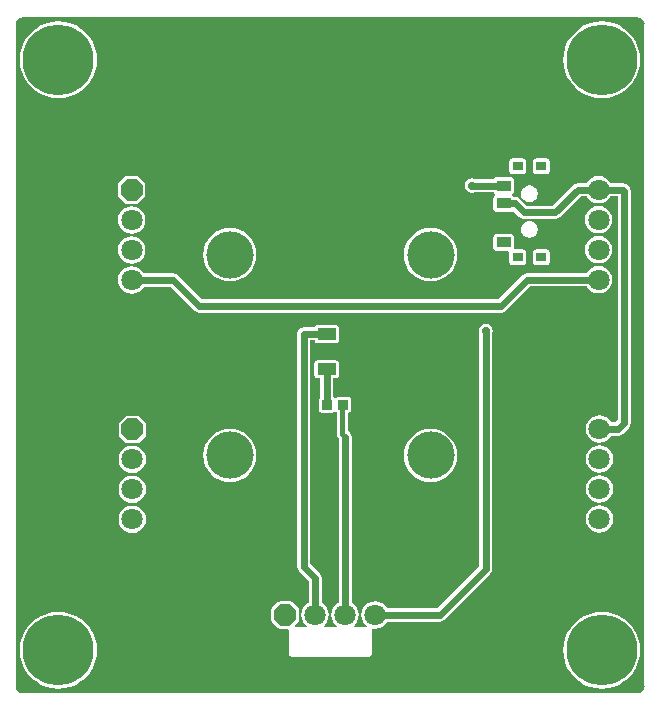
<source format=gtl>
G04 Layer_Physical_Order=1*
G04 Layer_Color=255*
%FSLAX44Y44*%
%MOMM*%
G71*
G01*
G75*
%ADD10R,0.8500X0.8500*%
%ADD11R,1.6000X1.0000*%
%ADD12R,0.9000X0.8000*%
%ADD13R,1.2500X0.9000*%
%ADD14C,0.6000*%
%ADD15C,0.4000*%
%ADD16P,1.9483X8X292.5*%
%ADD17C,1.8000*%
%ADD18P,1.9483X8X22.5*%
%ADD19C,4.0000*%
%ADD20C,6.0000*%
%ADD21C,0.7000*%
G36*
X537381Y585749D02*
X539400Y584400D01*
X540749Y582381D01*
X541189Y580167D01*
X541156Y580000D01*
Y20000D01*
X541189Y19833D01*
X540749Y17619D01*
X539400Y15600D01*
X537381Y14251D01*
X536199Y14016D01*
X535000Y13844D01*
Y13844D01*
X15000D01*
X14833Y13811D01*
X12619Y14251D01*
X10600Y15600D01*
X9251Y17619D01*
X9016Y18801D01*
X8844Y20000D01*
X8844D01*
Y580000D01*
X8811Y580167D01*
X9251Y582381D01*
X10600Y584400D01*
X12619Y585749D01*
X14833Y586189D01*
X15000Y586156D01*
X535000D01*
X535167Y586189D01*
X537381Y585749D01*
D02*
G37*
%LPC*%
G36*
X503000Y223599D02*
X499998Y223204D01*
X497200Y222045D01*
X494798Y220202D01*
X492955Y217800D01*
X491796Y215002D01*
X491401Y212000D01*
X491796Y208998D01*
X492955Y206200D01*
X494798Y203798D01*
X497200Y201955D01*
X499998Y200796D01*
X503000Y200401D01*
X506002Y200796D01*
X508800Y201955D01*
X511202Y203798D01*
X513045Y206200D01*
X514204Y208998D01*
X514599Y212000D01*
X514204Y215002D01*
X513045Y217800D01*
X511202Y220202D01*
X508800Y222045D01*
X506002Y223204D01*
X503000Y223599D01*
D02*
G37*
G36*
X107500Y223349D02*
X104498Y222954D01*
X101700Y221795D01*
X99298Y219952D01*
X97455Y217550D01*
X96296Y214752D01*
X95901Y211750D01*
X96296Y208748D01*
X97455Y205950D01*
X99298Y203548D01*
X101700Y201705D01*
X104498Y200546D01*
X107500Y200151D01*
X110502Y200546D01*
X113300Y201705D01*
X115702Y203548D01*
X117545Y205950D01*
X118704Y208748D01*
X119099Y211750D01*
X118704Y214752D01*
X117545Y217550D01*
X115702Y219952D01*
X113300Y221795D01*
X110502Y222954D01*
X107500Y223349D01*
D02*
G37*
G36*
X360000Y237609D02*
X355589Y237174D01*
X351348Y235888D01*
X347439Y233799D01*
X344013Y230987D01*
X341201Y227561D01*
X339112Y223652D01*
X337826Y219411D01*
X337391Y215000D01*
X337826Y210589D01*
X339112Y206348D01*
X341201Y202439D01*
X344013Y199013D01*
X347439Y196201D01*
X351348Y194112D01*
X355589Y192826D01*
X360000Y192391D01*
X364411Y192826D01*
X368652Y194112D01*
X372561Y196201D01*
X375987Y199013D01*
X378799Y202439D01*
X380888Y206348D01*
X382174Y210589D01*
X382609Y215000D01*
X382174Y219411D01*
X380888Y223652D01*
X378799Y227561D01*
X375987Y230987D01*
X372561Y233799D01*
X368652Y235888D01*
X364411Y237174D01*
X360000Y237609D01*
D02*
G37*
G36*
X112000Y248699D02*
X103000D01*
X102025Y248505D01*
X101198Y247952D01*
X96698Y243452D01*
X96145Y242626D01*
X95951Y241650D01*
Y232650D01*
X96145Y231675D01*
X96698Y230848D01*
X101198Y226348D01*
X102025Y225795D01*
X103000Y225601D01*
X112000D01*
X112976Y225795D01*
X113802Y226348D01*
X118302Y230848D01*
X118855Y231675D01*
X119049Y232650D01*
Y241650D01*
X118855Y242626D01*
X118302Y243452D01*
X113802Y247952D01*
X112976Y248505D01*
X112814Y248537D01*
X112000Y248699D01*
D02*
G37*
G36*
X190000Y407609D02*
X185589Y407174D01*
X181348Y405888D01*
X177439Y403798D01*
X174013Y400987D01*
X171201Y397561D01*
X169112Y393652D01*
X167826Y389411D01*
X167391Y385000D01*
X167826Y380589D01*
X169112Y376348D01*
X171201Y372439D01*
X174013Y369013D01*
X177439Y366201D01*
X181348Y364112D01*
X185589Y362826D01*
X190000Y362391D01*
X194411Y362826D01*
X198652Y364112D01*
X202561Y366201D01*
X205987Y369013D01*
X208799Y372439D01*
X210888Y376348D01*
X212174Y380589D01*
X212609Y385000D01*
X212174Y389411D01*
X210888Y393652D01*
X208799Y397561D01*
X205987Y400987D01*
X202561Y403798D01*
X198652Y405888D01*
X194411Y407174D01*
X190000Y407609D01*
D02*
G37*
G36*
X502250Y375449D02*
X499248Y375054D01*
X496450Y373895D01*
X494048Y372052D01*
X492205Y369650D01*
X492125Y369458D01*
X442100D01*
X439954Y369031D01*
X438135Y367815D01*
X417427Y347108D01*
X166573D01*
X146065Y367615D01*
X144246Y368831D01*
X142100Y369258D01*
X117125D01*
X117045Y369450D01*
X115202Y371852D01*
X112800Y373695D01*
X110002Y374854D01*
X107000Y375249D01*
X103998Y374854D01*
X101200Y373695D01*
X98798Y371852D01*
X96955Y369450D01*
X95796Y366652D01*
X95401Y363650D01*
X95796Y360648D01*
X96955Y357850D01*
X98798Y355448D01*
X101200Y353605D01*
X103998Y352446D01*
X107000Y352051D01*
X110002Y352446D01*
X112800Y353605D01*
X115202Y355448D01*
X117045Y357850D01*
X117125Y358042D01*
X139777D01*
X160285Y337535D01*
X162104Y336319D01*
X164250Y335892D01*
X419750D01*
X421896Y336319D01*
X423715Y337535D01*
X444423Y358242D01*
X492125D01*
X492205Y358050D01*
X494048Y355648D01*
X496450Y353805D01*
X499248Y352646D01*
X502250Y352251D01*
X505252Y352646D01*
X508050Y353805D01*
X510452Y355648D01*
X512295Y358050D01*
X513454Y360848D01*
X513849Y363850D01*
X513454Y366852D01*
X512295Y369650D01*
X510452Y372052D01*
X508050Y373895D01*
X505252Y375054D01*
X502250Y375449D01*
D02*
G37*
G36*
X406750Y326368D02*
X404409Y325902D01*
X402424Y324576D01*
X401098Y322591D01*
X400633Y320250D01*
X401098Y317909D01*
X401142Y317843D01*
Y121323D01*
X365427Y85608D01*
X323225D01*
X323145Y85800D01*
X321302Y88202D01*
X318900Y90045D01*
X316102Y91204D01*
X313100Y91599D01*
X310098Y91204D01*
X307300Y90045D01*
X304898Y88202D01*
X303055Y85800D01*
X301896Y83002D01*
X301501Y80000D01*
X301896Y76998D01*
X303055Y74200D01*
X304898Y71798D01*
X305914Y71019D01*
X305482Y69749D01*
X295318D01*
X294886Y71019D01*
X295902Y71798D01*
X297745Y74200D01*
X298904Y76998D01*
X299299Y80000D01*
X298904Y83002D01*
X297745Y85800D01*
X295902Y88202D01*
X293500Y90045D01*
X293308Y90125D01*
Y230550D01*
X292881Y232696D01*
X291665Y234515D01*
X289846Y235731D01*
X289838Y235732D01*
Y251201D01*
X290500D01*
X291476Y251395D01*
X292302Y251948D01*
X292855Y252775D01*
X293049Y253750D01*
Y262250D01*
X292855Y263225D01*
X292302Y264052D01*
X291476Y264605D01*
X290500Y264799D01*
X282000D01*
X281025Y264605D01*
X280198Y264052D01*
X280063Y263851D01*
X278777Y263772D01*
X277858Y264681D01*
Y280451D01*
X280250D01*
X281225Y280645D01*
X282052Y281198D01*
X282605Y282025D01*
X282799Y283000D01*
Y293000D01*
X282605Y293975D01*
X282052Y294802D01*
X281225Y295355D01*
X280250Y295549D01*
X264250D01*
X263275Y295355D01*
X262448Y294802D01*
X261895Y293975D01*
X261701Y293000D01*
Y283000D01*
X261895Y282025D01*
X262448Y281198D01*
X263275Y280645D01*
X264250Y280451D01*
X266642D01*
Y264349D01*
X266198Y264052D01*
X265645Y263225D01*
X265451Y262250D01*
Y253750D01*
X265645Y252775D01*
X266198Y251948D01*
X267025Y251395D01*
X268000Y251201D01*
X276500D01*
X277475Y251395D01*
X278302Y251948D01*
X278452Y252171D01*
X279727Y252249D01*
X280662Y251328D01*
Y233000D01*
X281011Y231244D01*
X282006Y229756D01*
X282092Y229669D01*
Y90125D01*
X281900Y90045D01*
X279498Y88202D01*
X277655Y85800D01*
X276496Y83002D01*
X276101Y80000D01*
X276496Y76998D01*
X277655Y74200D01*
X279498Y71798D01*
X280513Y71019D01*
X280082Y69749D01*
X269918D01*
X269487Y71019D01*
X270502Y71798D01*
X272345Y74200D01*
X273504Y76998D01*
X273899Y80000D01*
X273504Y83002D01*
X272345Y85800D01*
X270502Y88202D01*
X268100Y90045D01*
X267908Y90125D01*
Y111200D01*
X267481Y113346D01*
X266265Y115165D01*
X258358Y123073D01*
Y312392D01*
X261822D01*
X261895Y312025D01*
X262448Y311198D01*
X263275Y310645D01*
X264250Y310451D01*
X280250D01*
X281225Y310645D01*
X282052Y311198D01*
X282605Y312025D01*
X282799Y313000D01*
Y323000D01*
X282605Y323975D01*
X282052Y324802D01*
X281225Y325355D01*
X280250Y325549D01*
X264250D01*
X263275Y325355D01*
X262448Y324802D01*
X261895Y323975D01*
X261822Y323608D01*
X252750D01*
X250604Y323181D01*
X248785Y321965D01*
X247569Y320146D01*
X247142Y318000D01*
Y120750D01*
X247569Y118604D01*
X248785Y116785D01*
X256692Y108877D01*
Y90125D01*
X256500Y90045D01*
X254098Y88202D01*
X252255Y85800D01*
X251096Y83002D01*
X250701Y80000D01*
X251096Y76998D01*
X252255Y74200D01*
X254098Y71798D01*
X255114Y71019D01*
X254682Y69749D01*
X245413D01*
X244927Y70922D01*
X247702Y73698D01*
X248255Y74525D01*
X248449Y75500D01*
Y84500D01*
X248255Y85476D01*
X247702Y86302D01*
X243202Y90802D01*
X242375Y91355D01*
X241400Y91549D01*
X232400D01*
X231425Y91355D01*
X230598Y90802D01*
X226098Y86302D01*
X225545Y85476D01*
X225351Y84500D01*
Y75500D01*
X225545Y74525D01*
X226098Y73698D01*
X230598Y69198D01*
X231425Y68645D01*
X232400Y68451D01*
X238918D01*
X239951Y67200D01*
Y47200D01*
X240145Y46225D01*
X240698Y45398D01*
X241525Y44845D01*
X242500Y44651D01*
X307500D01*
X308475Y44845D01*
X309302Y45398D01*
X309855Y46225D01*
X310049Y47200D01*
Y67200D01*
X309983Y67530D01*
X310904Y68662D01*
X310950Y68684D01*
X313100Y68401D01*
X316102Y68796D01*
X318900Y69955D01*
X321302Y71798D01*
X323145Y74200D01*
X323225Y74392D01*
X367750D01*
X369896Y74819D01*
X371715Y76035D01*
X410715Y115035D01*
X411931Y116854D01*
X412358Y119000D01*
Y317843D01*
X412402Y317909D01*
X412868Y320250D01*
X412402Y322591D01*
X411076Y324576D01*
X409091Y325902D01*
X406750Y326368D01*
D02*
G37*
G36*
X107500Y172549D02*
X104498Y172154D01*
X101700Y170995D01*
X99298Y169152D01*
X97455Y166750D01*
X96296Y163952D01*
X95901Y160950D01*
X96296Y157948D01*
X97455Y155150D01*
X99298Y152748D01*
X101700Y150905D01*
X104498Y149746D01*
X107500Y149351D01*
X110502Y149746D01*
X113300Y150905D01*
X115702Y152748D01*
X117545Y155150D01*
X118704Y157948D01*
X119099Y160950D01*
X118704Y163952D01*
X117545Y166750D01*
X115702Y169152D01*
X113300Y170995D01*
X110502Y172154D01*
X107500Y172549D01*
D02*
G37*
G36*
X505000Y82600D02*
X499900Y82199D01*
X494926Y81005D01*
X490200Y79047D01*
X485838Y76374D01*
X481948Y73052D01*
X478626Y69162D01*
X475953Y64800D01*
X473995Y60074D01*
X472801Y55100D01*
X472399Y50000D01*
X472801Y44900D01*
X473995Y39926D01*
X475953Y35200D01*
X478626Y30838D01*
X481948Y26948D01*
X485838Y23626D01*
X490200Y20953D01*
X494926Y18995D01*
X499900Y17801D01*
X505000Y17399D01*
X510100Y17801D01*
X515074Y18995D01*
X519800Y20953D01*
X524162Y23626D01*
X528052Y26948D01*
X531374Y30838D01*
X534047Y35200D01*
X536005Y39926D01*
X537199Y44900D01*
X537601Y50000D01*
X537199Y55100D01*
X536005Y60074D01*
X534047Y64800D01*
X531374Y69162D01*
X528052Y73052D01*
X524162Y76374D01*
X519800Y79047D01*
X515074Y81005D01*
X510100Y82199D01*
X505000Y82600D01*
D02*
G37*
G36*
X45000D02*
X39900Y82199D01*
X34926Y81005D01*
X30200Y79047D01*
X25838Y76374D01*
X21948Y73052D01*
X18626Y69162D01*
X15953Y64800D01*
X13995Y60074D01*
X12801Y55100D01*
X12399Y50000D01*
X12801Y44900D01*
X13995Y39926D01*
X15953Y35200D01*
X18626Y30838D01*
X21948Y26948D01*
X25838Y23626D01*
X30200Y20953D01*
X34926Y18995D01*
X39900Y17801D01*
X45000Y17399D01*
X50100Y17801D01*
X55074Y18995D01*
X59800Y20953D01*
X64162Y23626D01*
X68052Y26948D01*
X71374Y30838D01*
X74047Y35200D01*
X76005Y39926D01*
X77199Y44900D01*
X77600Y50000D01*
X77199Y55100D01*
X76005Y60074D01*
X74047Y64800D01*
X71374Y69162D01*
X68052Y73052D01*
X64162Y76374D01*
X59800Y79047D01*
X55074Y81005D01*
X50100Y82199D01*
X45000Y82600D01*
D02*
G37*
G36*
X503000Y172799D02*
X499998Y172404D01*
X497200Y171245D01*
X494798Y169402D01*
X492955Y167000D01*
X491796Y164202D01*
X491401Y161200D01*
X491796Y158198D01*
X492955Y155400D01*
X494798Y152998D01*
X497200Y151155D01*
X499998Y149996D01*
X503000Y149601D01*
X506002Y149996D01*
X508800Y151155D01*
X511202Y152998D01*
X513045Y155400D01*
X514204Y158198D01*
X514599Y161200D01*
X514204Y164202D01*
X513045Y167000D01*
X511202Y169402D01*
X508800Y171245D01*
X506002Y172404D01*
X503000Y172799D01*
D02*
G37*
G36*
X190000Y237609D02*
X185589Y237174D01*
X181348Y235888D01*
X177439Y233799D01*
X174013Y230987D01*
X171201Y227561D01*
X169112Y223652D01*
X167826Y219411D01*
X167391Y215000D01*
X167826Y210589D01*
X169112Y206348D01*
X171201Y202439D01*
X174013Y199013D01*
X177439Y196201D01*
X181348Y194112D01*
X185589Y192826D01*
X190000Y192391D01*
X194411Y192826D01*
X198652Y194112D01*
X202561Y196201D01*
X205987Y199013D01*
X208799Y202439D01*
X210888Y206348D01*
X212174Y210589D01*
X212609Y215000D01*
X212174Y219411D01*
X210888Y223652D01*
X208799Y227561D01*
X205987Y230987D01*
X202561Y233799D01*
X198652Y235888D01*
X194411Y237174D01*
X190000Y237609D01*
D02*
G37*
G36*
X503000Y198199D02*
X499998Y197804D01*
X497200Y196645D01*
X494798Y194802D01*
X492955Y192400D01*
X491796Y189602D01*
X491401Y186600D01*
X491796Y183598D01*
X492955Y180800D01*
X494798Y178398D01*
X497200Y176555D01*
X499998Y175396D01*
X503000Y175001D01*
X506002Y175396D01*
X508800Y176555D01*
X511202Y178398D01*
X513045Y180800D01*
X514204Y183598D01*
X514599Y186600D01*
X514204Y189602D01*
X513045Y192400D01*
X511202Y194802D01*
X508800Y196645D01*
X506002Y197804D01*
X503000Y198199D01*
D02*
G37*
G36*
X107500Y197949D02*
X104498Y197554D01*
X101700Y196395D01*
X99298Y194552D01*
X97455Y192150D01*
X96296Y189352D01*
X95901Y186350D01*
X96296Y183348D01*
X97455Y180550D01*
X99298Y178148D01*
X101700Y176305D01*
X104498Y175146D01*
X107500Y174751D01*
X110502Y175146D01*
X113300Y176305D01*
X115702Y178148D01*
X117545Y180550D01*
X118704Y183348D01*
X119099Y186350D01*
X118704Y189352D01*
X117545Y192150D01*
X115702Y194552D01*
X113300Y196395D01*
X110502Y197554D01*
X107500Y197949D01*
D02*
G37*
G36*
X360000Y407609D02*
X355589Y407174D01*
X351348Y405888D01*
X347439Y403798D01*
X344013Y400987D01*
X341201Y397561D01*
X339112Y393652D01*
X337826Y389411D01*
X337391Y385000D01*
X337826Y380589D01*
X339112Y376348D01*
X341201Y372439D01*
X344013Y369013D01*
X347439Y366201D01*
X351348Y364112D01*
X355589Y362826D01*
X360000Y362391D01*
X364411Y362826D01*
X368652Y364112D01*
X372561Y366201D01*
X375987Y369013D01*
X378799Y372439D01*
X380888Y376348D01*
X382174Y380589D01*
X382609Y385000D01*
X382174Y389411D01*
X380888Y393652D01*
X378799Y397561D01*
X375987Y400987D01*
X372561Y403798D01*
X368652Y405888D01*
X364411Y407174D01*
X360000Y407609D01*
D02*
G37*
G36*
X444247Y443588D02*
X443253D01*
X441497Y443239D01*
X440578Y442858D01*
X439090Y441864D01*
X438386Y441161D01*
X437392Y439672D01*
X437011Y438753D01*
X436662Y436997D01*
Y436746D01*
X436613Y436500D01*
X436662Y436254D01*
Y436003D01*
X437011Y434247D01*
X437392Y433328D01*
X438386Y431839D01*
X439090Y431136D01*
X440578Y430142D01*
X441497Y429761D01*
X443253Y429412D01*
X444247D01*
X446003Y429761D01*
X446922Y430142D01*
X448410Y431136D01*
X449114Y431839D01*
X450108Y433328D01*
X450489Y434247D01*
X450838Y436003D01*
Y436254D01*
X450887Y436500D01*
X450838Y436746D01*
Y436997D01*
X450489Y438753D01*
X450108Y439672D01*
X449114Y441160D01*
X448410Y441864D01*
X446922Y442858D01*
X446003Y443239D01*
X444247Y443588D01*
D02*
G37*
G36*
X111500Y451399D02*
X102500D01*
X101525Y451205D01*
X100698Y450652D01*
X96198Y446152D01*
X95645Y445326D01*
X95451Y444350D01*
Y435350D01*
X95645Y434375D01*
X96198Y433548D01*
X100698Y429048D01*
X101525Y428495D01*
X102500Y428301D01*
X111500D01*
X112476Y428495D01*
X113302Y429048D01*
X117802Y433548D01*
X118355Y434375D01*
X118549Y435350D01*
Y444350D01*
X118355Y445326D01*
X117802Y446152D01*
X113302Y450652D01*
X112476Y451205D01*
X112314Y451237D01*
X111500Y451399D01*
D02*
G37*
G36*
X502250Y451649D02*
X499248Y451254D01*
X496450Y450095D01*
X494048Y448252D01*
X492205Y445850D01*
X492125Y445658D01*
X484800D01*
X482654Y445231D01*
X480835Y444015D01*
X463427Y426608D01*
X441323D01*
X435465Y432465D01*
X433646Y433681D01*
X431500Y434108D01*
X430517D01*
X430052Y434802D01*
X429231Y435351D01*
X429226Y435379D01*
Y436620D01*
X429231Y436649D01*
X430052Y437198D01*
X430605Y438025D01*
X430799Y439000D01*
Y448000D01*
X430605Y448975D01*
X430052Y449802D01*
X429226Y450355D01*
X428250Y450549D01*
X415750D01*
X414775Y450355D01*
X413948Y449802D01*
X413484Y449108D01*
X397657D01*
X397591Y449152D01*
X395250Y449618D01*
X392909Y449152D01*
X390924Y447826D01*
X389598Y445841D01*
X389132Y443500D01*
X389598Y441159D01*
X390924Y439174D01*
X392909Y437848D01*
X395250Y437383D01*
X397591Y437848D01*
X397657Y437892D01*
X413484D01*
X413948Y437198D01*
X414769Y436649D01*
X414775Y436620D01*
Y435379D01*
X414769Y435351D01*
X413948Y434802D01*
X413395Y433975D01*
X413201Y433000D01*
Y424000D01*
X413395Y423025D01*
X413948Y422198D01*
X414775Y421645D01*
X415750Y421451D01*
X428250D01*
X429226Y421645D01*
X429944Y422125D01*
X435035Y417035D01*
X436854Y415819D01*
X439000Y415392D01*
X465750D01*
X467896Y415819D01*
X469715Y417035D01*
X487123Y434442D01*
X492125D01*
X492205Y434250D01*
X494048Y431848D01*
X496450Y430005D01*
X499248Y428846D01*
X502250Y428451D01*
X505252Y428846D01*
X508050Y430005D01*
X510452Y431848D01*
X512295Y434250D01*
X512375Y434442D01*
X518392D01*
Y244823D01*
X516577Y243008D01*
X513125D01*
X513045Y243200D01*
X511202Y245602D01*
X508800Y247445D01*
X506002Y248604D01*
X503000Y248999D01*
X499998Y248604D01*
X497200Y247445D01*
X494798Y245602D01*
X492955Y243200D01*
X491796Y240402D01*
X491401Y237400D01*
X491796Y234398D01*
X492955Y231600D01*
X494798Y229198D01*
X497200Y227355D01*
X499998Y226196D01*
X503000Y225801D01*
X506002Y226196D01*
X508800Y227355D01*
X511202Y229198D01*
X513045Y231600D01*
X513125Y231792D01*
X518900D01*
X521046Y232219D01*
X522865Y233435D01*
X527965Y238535D01*
X529181Y240354D01*
X529608Y242500D01*
Y439250D01*
X529181Y441396D01*
X527965Y443215D01*
X527165Y444015D01*
X525346Y445231D01*
X523200Y445658D01*
X512375D01*
X512295Y445850D01*
X510452Y448252D01*
X508050Y450095D01*
X505252Y451254D01*
X502250Y451649D01*
D02*
G37*
G36*
X438250Y466549D02*
X429250D01*
X428275Y466355D01*
X427448Y465802D01*
X426895Y464975D01*
X426701Y464000D01*
Y456000D01*
X426895Y455025D01*
X427448Y454198D01*
X428275Y453645D01*
X429250Y453451D01*
X438250D01*
X439225Y453645D01*
X440052Y454198D01*
X440605Y455025D01*
X440799Y456000D01*
Y464000D01*
X440605Y464975D01*
X440052Y465802D01*
X439225Y466355D01*
X438250Y466549D01*
D02*
G37*
G36*
X505000Y582601D02*
X499900Y582199D01*
X494926Y581005D01*
X490200Y579047D01*
X485838Y576374D01*
X481948Y573052D01*
X478626Y569162D01*
X475953Y564800D01*
X473995Y560074D01*
X472801Y555100D01*
X472399Y550000D01*
X472801Y544900D01*
X473995Y539926D01*
X475953Y535200D01*
X478626Y530838D01*
X481948Y526948D01*
X485838Y523626D01*
X490200Y520953D01*
X494926Y518995D01*
X499900Y517801D01*
X505000Y517399D01*
X510100Y517801D01*
X515074Y518995D01*
X519800Y520953D01*
X524162Y523626D01*
X528052Y526948D01*
X531374Y530838D01*
X534047Y535200D01*
X536005Y539926D01*
X537199Y544900D01*
X537601Y550000D01*
X537199Y555100D01*
X536005Y560074D01*
X534047Y564800D01*
X531374Y569162D01*
X528052Y573052D01*
X524162Y576374D01*
X519800Y579047D01*
X515074Y581005D01*
X510100Y582199D01*
X505000Y582601D01*
D02*
G37*
G36*
X45000D02*
X39900Y582199D01*
X34926Y581005D01*
X30200Y579047D01*
X25838Y576374D01*
X21948Y573052D01*
X18626Y569162D01*
X15953Y564800D01*
X13995Y560074D01*
X12801Y555100D01*
X12399Y550000D01*
X12801Y544900D01*
X13995Y539926D01*
X15953Y535200D01*
X18626Y530838D01*
X21948Y526948D01*
X25838Y523626D01*
X30200Y520953D01*
X34926Y518995D01*
X39900Y517801D01*
X45000Y517399D01*
X50100Y517801D01*
X55074Y518995D01*
X59800Y520953D01*
X64162Y523626D01*
X68052Y526948D01*
X71374Y530838D01*
X74047Y535200D01*
X76005Y539926D01*
X77199Y544900D01*
X77600Y550000D01*
X77199Y555100D01*
X76005Y560074D01*
X74047Y564800D01*
X71374Y569162D01*
X68052Y573052D01*
X64162Y576374D01*
X59800Y579047D01*
X55074Y581005D01*
X50100Y582199D01*
X45000Y582601D01*
D02*
G37*
G36*
X458250Y466549D02*
X449250D01*
X448275Y466355D01*
X447448Y465802D01*
X446895Y464975D01*
X446701Y464000D01*
Y456000D01*
X446895Y455025D01*
X447448Y454198D01*
X448275Y453645D01*
X449250Y453451D01*
X458250D01*
X459225Y453645D01*
X460052Y454198D01*
X460605Y455025D01*
X460799Y456000D01*
Y464000D01*
X460605Y464975D01*
X460052Y465802D01*
X459225Y466355D01*
X458250Y466549D01*
D02*
G37*
G36*
X107000Y400649D02*
X103998Y400254D01*
X101200Y399095D01*
X98798Y397252D01*
X96955Y394850D01*
X95796Y392052D01*
X95401Y389050D01*
X95796Y386048D01*
X96955Y383250D01*
X98798Y380848D01*
X101200Y379005D01*
X103998Y377846D01*
X107000Y377451D01*
X110002Y377846D01*
X112800Y379005D01*
X115202Y380848D01*
X117045Y383250D01*
X118204Y386048D01*
X118599Y389050D01*
X118204Y392052D01*
X117045Y394850D01*
X115202Y397252D01*
X112800Y399095D01*
X110002Y400254D01*
X107000Y400649D01*
D02*
G37*
G36*
X458250Y389549D02*
X449250D01*
X448275Y389355D01*
X447448Y388802D01*
X446895Y387975D01*
X446701Y387000D01*
Y379000D01*
X446895Y378025D01*
X447448Y377198D01*
X448275Y376645D01*
X449250Y376451D01*
X458250D01*
X459225Y376645D01*
X460052Y377198D01*
X460605Y378025D01*
X460799Y379000D01*
Y387000D01*
X460605Y387975D01*
X460052Y388802D01*
X459225Y389355D01*
X458250Y389549D01*
D02*
G37*
G36*
X428250Y402549D02*
X415750D01*
X414775Y402355D01*
X413948Y401802D01*
X413395Y400975D01*
X413201Y400000D01*
Y391000D01*
X413395Y390025D01*
X413948Y389198D01*
X414775Y388645D01*
X415750Y388451D01*
X425802D01*
X426737Y387181D01*
X426701Y387000D01*
Y379000D01*
X426895Y378025D01*
X427448Y377198D01*
X428275Y376645D01*
X429250Y376451D01*
X438250D01*
X439225Y376645D01*
X440052Y377198D01*
X440605Y378025D01*
X440799Y379000D01*
Y387000D01*
X440605Y387975D01*
X440052Y388802D01*
X439225Y389355D01*
X438250Y389549D01*
X431698D01*
X430763Y390819D01*
X430799Y391000D01*
Y400000D01*
X430605Y400975D01*
X430052Y401802D01*
X429226Y402355D01*
X428250Y402549D01*
D02*
G37*
G36*
X502250Y400849D02*
X499248Y400454D01*
X496450Y399295D01*
X494048Y397452D01*
X492205Y395050D01*
X491046Y392252D01*
X490651Y389250D01*
X491046Y386248D01*
X492205Y383450D01*
X494048Y381048D01*
X496450Y379205D01*
X499248Y378046D01*
X502250Y377651D01*
X505252Y378046D01*
X508050Y379205D01*
X510452Y381048D01*
X512295Y383450D01*
X513454Y386248D01*
X513849Y389250D01*
X513454Y392252D01*
X512295Y395050D01*
X510452Y397452D01*
X508050Y399295D01*
X505252Y400454D01*
X502250Y400849D01*
D02*
G37*
G36*
Y426249D02*
X499248Y425854D01*
X496450Y424695D01*
X494048Y422852D01*
X492205Y420450D01*
X491046Y417652D01*
X490651Y414650D01*
X491046Y411648D01*
X492205Y408850D01*
X494048Y406448D01*
X496450Y404605D01*
X499248Y403446D01*
X502250Y403051D01*
X505252Y403446D01*
X508050Y404605D01*
X510452Y406448D01*
X512295Y408850D01*
X513454Y411648D01*
X513849Y414650D01*
X513454Y417652D01*
X512295Y420450D01*
X510452Y422852D01*
X508050Y424695D01*
X505252Y425854D01*
X502250Y426249D01*
D02*
G37*
G36*
X107000Y426049D02*
X103998Y425654D01*
X101200Y424495D01*
X98798Y422652D01*
X96955Y420250D01*
X95796Y417452D01*
X95401Y414450D01*
X95796Y411448D01*
X96955Y408650D01*
X98798Y406248D01*
X101200Y404405D01*
X103998Y403246D01*
X107000Y402851D01*
X110002Y403246D01*
X112800Y404405D01*
X115202Y406248D01*
X117045Y408650D01*
X118204Y411448D01*
X118599Y414450D01*
X118204Y417452D01*
X117045Y420250D01*
X115202Y422652D01*
X112800Y424495D01*
X110002Y425654D01*
X107000Y426049D01*
D02*
G37*
G36*
X444247Y413588D02*
X443253D01*
X441497Y413239D01*
X440578Y412858D01*
X439090Y411864D01*
X438386Y411161D01*
X437392Y409672D01*
X437011Y408753D01*
X436662Y406997D01*
Y406746D01*
X436613Y406500D01*
X436662Y406254D01*
Y406003D01*
X437011Y404247D01*
X437392Y403328D01*
X438386Y401840D01*
X439090Y401136D01*
X440578Y400142D01*
X441497Y399761D01*
X443253Y399412D01*
X444247D01*
X446003Y399761D01*
X446922Y400142D01*
X448410Y401136D01*
X449114Y401839D01*
X450108Y403328D01*
X450489Y404247D01*
X450838Y406003D01*
Y406254D01*
X450887Y406500D01*
X450838Y406746D01*
Y406997D01*
X450489Y408753D01*
X450108Y409672D01*
X449114Y411160D01*
X448410Y411864D01*
X446922Y412858D01*
X446003Y413239D01*
X444247Y413588D01*
D02*
G37*
%LPD*%
D10*
X286250Y258000D02*
D03*
X272250D02*
D03*
D11*
Y318000D02*
D03*
Y288000D02*
D03*
D12*
X433750Y383000D02*
D03*
X453750D02*
D03*
X433750Y460000D02*
D03*
X453750D02*
D03*
D13*
X422000Y443500D02*
D03*
Y428500D02*
D03*
Y395500D02*
D03*
D14*
X395250Y443500D02*
X422000D01*
X406750Y119000D02*
Y320250D01*
X367750Y80000D02*
X406750Y119000D01*
X313100Y80000D02*
X367750D01*
X484800Y440050D02*
X502250D01*
X465750Y421000D02*
X484800Y440050D01*
X439000Y421000D02*
X465750D01*
X431500Y428500D02*
X439000Y421000D01*
X422000Y428500D02*
X431500D01*
X502250Y440050D02*
X523200D01*
X524000Y439250D01*
Y242500D02*
Y439250D01*
X518900Y237400D02*
X524000Y242500D01*
X503000Y237400D02*
X518900D01*
X442100Y363850D02*
X502250D01*
X419750Y341500D02*
X442100Y363850D01*
X164250Y341500D02*
X419750D01*
X142100Y363650D02*
X164250Y341500D01*
X107000Y363650D02*
X142100D01*
X262300Y80000D02*
Y111200D01*
X252750Y120750D02*
X262300Y111200D01*
X252750Y120750D02*
Y318000D01*
X272250D01*
Y258000D02*
Y288000D01*
X287700Y80000D02*
Y230550D01*
D15*
X285250Y257000D02*
X286250Y258000D01*
X285250Y233000D02*
Y257000D01*
Y233000D02*
X287700Y230550D01*
D16*
X107500Y237150D02*
D03*
X107000Y439850D02*
D03*
D17*
X107500Y211750D02*
D03*
Y186350D02*
D03*
Y160950D02*
D03*
X503000Y212000D02*
D03*
Y186600D02*
D03*
Y161200D02*
D03*
Y237400D02*
D03*
X107000Y414450D02*
D03*
Y389050D02*
D03*
Y363650D02*
D03*
X262300Y80000D02*
D03*
X287700D02*
D03*
X313100D02*
D03*
X502250Y414650D02*
D03*
Y389250D02*
D03*
Y363850D02*
D03*
Y440050D02*
D03*
D18*
X236900Y80000D02*
D03*
D19*
X360000Y215000D02*
D03*
X190000D02*
D03*
Y385000D02*
D03*
X360000D02*
D03*
D20*
X505000Y50000D02*
D03*
X45000D02*
D03*
Y550000D02*
D03*
X505000D02*
D03*
D21*
X395250Y443500D02*
D03*
X406750Y320250D02*
D03*
M02*

</source>
